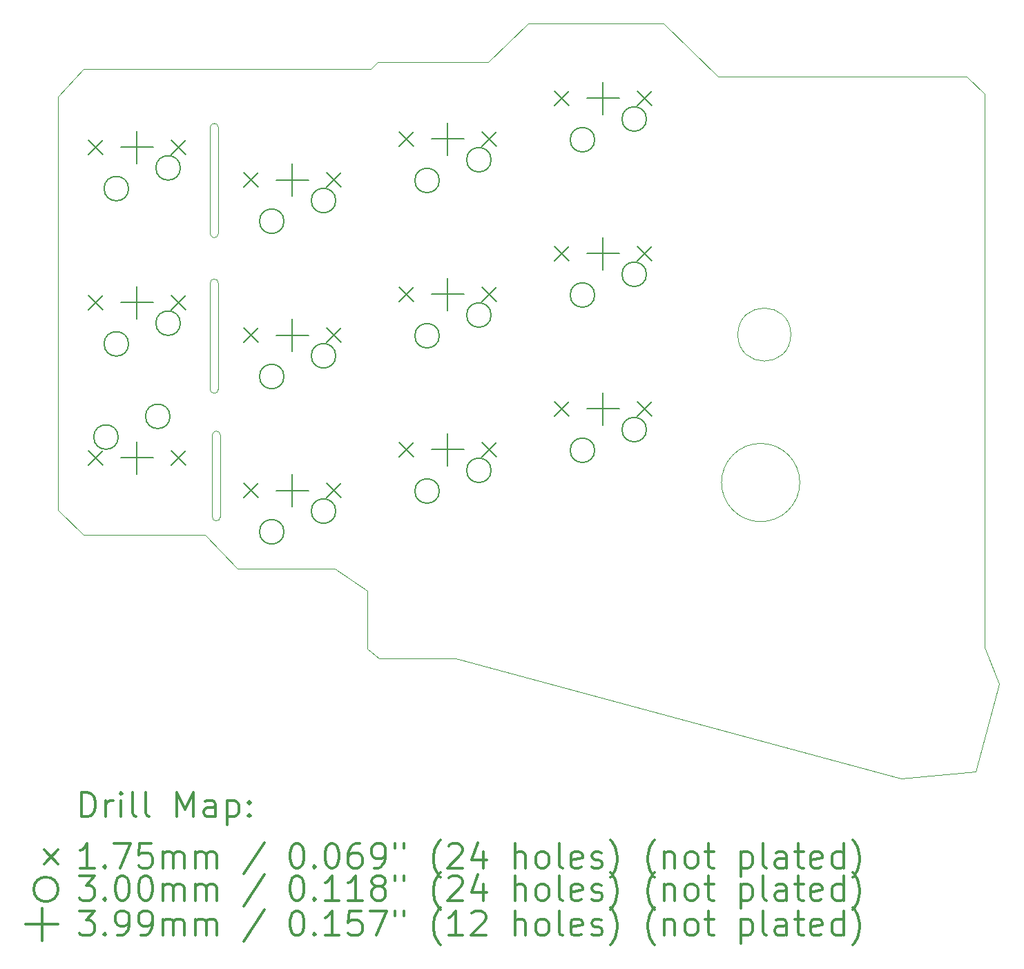
<source format=gbr>
%FSLAX45Y45*%
G04 Gerber Fmt 4.5, Leading zero omitted, Abs format (unit mm)*
G04 Created by KiCad (PCBNEW (5.1.4)-1) date 2023-06-17 18:30:09*
%MOMM*%
%LPD*%
G04 APERTURE LIST*
%ADD10C,0.050000*%
%ADD11C,0.200000*%
%ADD12C,0.300000*%
G04 APERTURE END LIST*
D10*
X3388000Y-54152000D02*
X3388000Y-55454000D01*
X3288000Y-54152000D02*
G75*
G02X3388000Y-54152000I50000J0D01*
G01*
X3288000Y-54152000D02*
X3288000Y-55454000D01*
X3288000Y-52242000D02*
X3288000Y-53544000D01*
X3388000Y-52242000D02*
X3388000Y-53544000D01*
X3388000Y-53544000D02*
G75*
G02X3288000Y-53544000I-50000J0D01*
G01*
X3288000Y-52242000D02*
G75*
G02X3388000Y-52242000I50000J0D01*
G01*
X3388000Y-55454000D02*
G75*
G02X3288000Y-55454000I-50000J0D01*
G01*
X3413000Y-57018000D02*
G75*
G02X3313000Y-57018000I-50000J0D01*
G01*
X3313000Y-56018000D02*
G75*
G02X3413000Y-56018000I50000J0D01*
G01*
X3413000Y-56018000D02*
X3413000Y-57018000D01*
X3313000Y-56018000D02*
X3313000Y-57018000D01*
X1426279Y-56939295D02*
X1426279Y-51864295D01*
X12784480Y-51829016D02*
X12786421Y-58621812D01*
X5216279Y-57929295D02*
X4816279Y-57654295D01*
X1916279Y-57239295D02*
X1736279Y-57239295D01*
X1736279Y-51524295D02*
X1916279Y-51524295D01*
X10518000Y-56598000D02*
G75*
G03X10518000Y-56598000I-480000J0D01*
G01*
X10408000Y-54783000D02*
G75*
G03X10408000Y-54783000I-325000J0D01*
G01*
X5216279Y-57929295D02*
X5216279Y-58639295D01*
X6276279Y-58759295D02*
X6296279Y-58759295D01*
X12678419Y-60143040D02*
X11756279Y-60229295D01*
X12678419Y-60143040D02*
X12966232Y-59066860D01*
X3621279Y-57654295D02*
X3226279Y-57239295D01*
X12786421Y-58621812D02*
X12966232Y-59066860D01*
X6696279Y-51439295D02*
X7191279Y-50964295D01*
X5341279Y-51439295D02*
X5256279Y-51524295D01*
X12784480Y-51829016D02*
X12566279Y-51614295D01*
X8846279Y-50964295D02*
X7191279Y-50964295D01*
X3206279Y-57239295D02*
X3226279Y-57239295D01*
X9516279Y-51614295D02*
X12566279Y-51614295D01*
X1426279Y-56939295D02*
X1736279Y-57239295D01*
X8846279Y-50964295D02*
X9516279Y-51614295D01*
X6696279Y-51439295D02*
X5341279Y-51439295D01*
X3206279Y-57239295D02*
X1916279Y-57239295D01*
X3621279Y-57654295D02*
X4816279Y-57654295D01*
X5216279Y-58639295D02*
X5356279Y-58759295D01*
X6276279Y-58759295D02*
X5356279Y-58759295D01*
X1736279Y-51524295D02*
X1426279Y-51864295D01*
X11756279Y-60229295D02*
X6296279Y-58759295D01*
X1916279Y-51524295D02*
X5256279Y-51524295D01*
D11*
X1795779Y-56206795D02*
X1970779Y-56381795D01*
X1970779Y-56206795D02*
X1795779Y-56381795D01*
X2811779Y-56206795D02*
X2986779Y-56381795D01*
X2986779Y-56206795D02*
X2811779Y-56381795D01*
X5605779Y-52296795D02*
X5780779Y-52471795D01*
X5780779Y-52296795D02*
X5605779Y-52471795D01*
X6621779Y-52296795D02*
X6796779Y-52471795D01*
X6796779Y-52296795D02*
X6621779Y-52471795D01*
X7510779Y-55606795D02*
X7685779Y-55781795D01*
X7685779Y-55606795D02*
X7510779Y-55781795D01*
X8526779Y-55606795D02*
X8701779Y-55781795D01*
X8701779Y-55606795D02*
X8526779Y-55781795D01*
X7510779Y-51796795D02*
X7685779Y-51971795D01*
X7685779Y-51796795D02*
X7510779Y-51971795D01*
X8526779Y-51796795D02*
X8701779Y-51971795D01*
X8701779Y-51796795D02*
X8526779Y-51971795D01*
X3700779Y-56606795D02*
X3875779Y-56781795D01*
X3875779Y-56606795D02*
X3700779Y-56781795D01*
X4716779Y-56606795D02*
X4891779Y-56781795D01*
X4891779Y-56606795D02*
X4716779Y-56781795D01*
X3700779Y-52796795D02*
X3875779Y-52971795D01*
X3875779Y-52796795D02*
X3700779Y-52971795D01*
X4716779Y-52796795D02*
X4891779Y-52971795D01*
X4891779Y-52796795D02*
X4716779Y-52971795D01*
X1795779Y-52396795D02*
X1970779Y-52571795D01*
X1970779Y-52396795D02*
X1795779Y-52571795D01*
X2811779Y-52396795D02*
X2986779Y-52571795D01*
X2986779Y-52396795D02*
X2811779Y-52571795D01*
X7510779Y-53701795D02*
X7685779Y-53876795D01*
X7685779Y-53701795D02*
X7510779Y-53876795D01*
X8526779Y-53701795D02*
X8701779Y-53876795D01*
X8701779Y-53701795D02*
X8526779Y-53876795D01*
X3700779Y-54701795D02*
X3875779Y-54876795D01*
X3875779Y-54701795D02*
X3700779Y-54876795D01*
X4716779Y-54701795D02*
X4891779Y-54876795D01*
X4891779Y-54701795D02*
X4716779Y-54876795D01*
X5605779Y-54201795D02*
X5780779Y-54376795D01*
X5780779Y-54201795D02*
X5605779Y-54376795D01*
X6621779Y-54201795D02*
X6796779Y-54376795D01*
X6796779Y-54201795D02*
X6621779Y-54376795D01*
X5605779Y-56106795D02*
X5780779Y-56281795D01*
X5780779Y-56106795D02*
X5605779Y-56281795D01*
X6621779Y-56106795D02*
X6796779Y-56281795D01*
X6796779Y-56106795D02*
X6621779Y-56281795D01*
X1795779Y-54301795D02*
X1970779Y-54476795D01*
X1970779Y-54301795D02*
X1795779Y-54476795D01*
X2811779Y-54301795D02*
X2986779Y-54476795D01*
X2986779Y-54301795D02*
X2811779Y-54476795D01*
X8002279Y-52392295D02*
G75*
G03X8002279Y-52392295I-150000J0D01*
G01*
X8637279Y-52138295D02*
G75*
G03X8637279Y-52138295I-150000J0D01*
G01*
X4192279Y-57202295D02*
G75*
G03X4192279Y-57202295I-150000J0D01*
G01*
X4827279Y-56948295D02*
G75*
G03X4827279Y-56948295I-150000J0D01*
G01*
X4192279Y-53392295D02*
G75*
G03X4192279Y-53392295I-150000J0D01*
G01*
X4827279Y-53138295D02*
G75*
G03X4827279Y-53138295I-150000J0D01*
G01*
X2287279Y-52992295D02*
G75*
G03X2287279Y-52992295I-150000J0D01*
G01*
X2922279Y-52738295D02*
G75*
G03X2922279Y-52738295I-150000J0D01*
G01*
X8002279Y-54297295D02*
G75*
G03X8002279Y-54297295I-150000J0D01*
G01*
X8637279Y-54043295D02*
G75*
G03X8637279Y-54043295I-150000J0D01*
G01*
X4192279Y-55297295D02*
G75*
G03X4192279Y-55297295I-150000J0D01*
G01*
X4827279Y-55043295D02*
G75*
G03X4827279Y-55043295I-150000J0D01*
G01*
X6097279Y-54797295D02*
G75*
G03X6097279Y-54797295I-150000J0D01*
G01*
X6732279Y-54543295D02*
G75*
G03X6732279Y-54543295I-150000J0D01*
G01*
X6097279Y-56702295D02*
G75*
G03X6097279Y-56702295I-150000J0D01*
G01*
X6732279Y-56448295D02*
G75*
G03X6732279Y-56448295I-150000J0D01*
G01*
X2287279Y-54897295D02*
G75*
G03X2287279Y-54897295I-150000J0D01*
G01*
X2922279Y-54643295D02*
G75*
G03X2922279Y-54643295I-150000J0D01*
G01*
X2160279Y-56040295D02*
G75*
G03X2160279Y-56040295I-150000J0D01*
G01*
X2795279Y-55786295D02*
G75*
G03X2795279Y-55786295I-150000J0D01*
G01*
X6097279Y-52892295D02*
G75*
G03X6097279Y-52892295I-150000J0D01*
G01*
X6732279Y-52638295D02*
G75*
G03X6732279Y-52638295I-150000J0D01*
G01*
X8002279Y-56202295D02*
G75*
G03X8002279Y-56202295I-150000J0D01*
G01*
X8637279Y-55948295D02*
G75*
G03X8637279Y-55948295I-150000J0D01*
G01*
X6201279Y-55994905D02*
X6201279Y-56393685D01*
X6001889Y-56194295D02*
X6400669Y-56194295D01*
X2391279Y-54189905D02*
X2391279Y-54588685D01*
X2191889Y-54389295D02*
X2590669Y-54389295D01*
X2391279Y-56094905D02*
X2391279Y-56493685D01*
X2191889Y-56294295D02*
X2590669Y-56294295D01*
X6201279Y-52184905D02*
X6201279Y-52583685D01*
X6001889Y-52384295D02*
X6400669Y-52384295D01*
X8106279Y-55494905D02*
X8106279Y-55893685D01*
X7906889Y-55694295D02*
X8305669Y-55694295D01*
X8106279Y-51684905D02*
X8106279Y-52083685D01*
X7906889Y-51884295D02*
X8305669Y-51884295D01*
X4296279Y-56494905D02*
X4296279Y-56893685D01*
X4096889Y-56694295D02*
X4495669Y-56694295D01*
X4296279Y-52684905D02*
X4296279Y-53083685D01*
X4096889Y-52884295D02*
X4495669Y-52884295D01*
X2391279Y-52284905D02*
X2391279Y-52683685D01*
X2191889Y-52484295D02*
X2590669Y-52484295D01*
X8106279Y-53589905D02*
X8106279Y-53988685D01*
X7906889Y-53789295D02*
X8305669Y-53789295D01*
X4296279Y-54589905D02*
X4296279Y-54988685D01*
X4096889Y-54789295D02*
X4495669Y-54789295D01*
X6201279Y-54089905D02*
X6201279Y-54488685D01*
X6001889Y-54289295D02*
X6400669Y-54289295D01*
D12*
X1710207Y-60697509D02*
X1710207Y-60397509D01*
X1781636Y-60397509D01*
X1824493Y-60411795D01*
X1853064Y-60440367D01*
X1867350Y-60468938D01*
X1881636Y-60526081D01*
X1881636Y-60568938D01*
X1867350Y-60626081D01*
X1853064Y-60654652D01*
X1824493Y-60683224D01*
X1781636Y-60697509D01*
X1710207Y-60697509D01*
X2010207Y-60697509D02*
X2010207Y-60497509D01*
X2010207Y-60554652D02*
X2024493Y-60526081D01*
X2038779Y-60511795D01*
X2067350Y-60497509D01*
X2095922Y-60497509D01*
X2195922Y-60697509D02*
X2195922Y-60497509D01*
X2195922Y-60397509D02*
X2181636Y-60411795D01*
X2195922Y-60426081D01*
X2210207Y-60411795D01*
X2195922Y-60397509D01*
X2195922Y-60426081D01*
X2381636Y-60697509D02*
X2353065Y-60683224D01*
X2338779Y-60654652D01*
X2338779Y-60397509D01*
X2538779Y-60697509D02*
X2510207Y-60683224D01*
X2495922Y-60654652D01*
X2495922Y-60397509D01*
X2881636Y-60697509D02*
X2881636Y-60397509D01*
X2981636Y-60611795D01*
X3081636Y-60397509D01*
X3081636Y-60697509D01*
X3353064Y-60697509D02*
X3353064Y-60540367D01*
X3338779Y-60511795D01*
X3310207Y-60497509D01*
X3253064Y-60497509D01*
X3224493Y-60511795D01*
X3353064Y-60683224D02*
X3324493Y-60697509D01*
X3253064Y-60697509D01*
X3224493Y-60683224D01*
X3210207Y-60654652D01*
X3210207Y-60626081D01*
X3224493Y-60597509D01*
X3253064Y-60583224D01*
X3324493Y-60583224D01*
X3353064Y-60568938D01*
X3495922Y-60497509D02*
X3495922Y-60797509D01*
X3495922Y-60511795D02*
X3524493Y-60497509D01*
X3581636Y-60497509D01*
X3610207Y-60511795D01*
X3624493Y-60526081D01*
X3638779Y-60554652D01*
X3638779Y-60640367D01*
X3624493Y-60668938D01*
X3610207Y-60683224D01*
X3581636Y-60697509D01*
X3524493Y-60697509D01*
X3495922Y-60683224D01*
X3767350Y-60668938D02*
X3781636Y-60683224D01*
X3767350Y-60697509D01*
X3753064Y-60683224D01*
X3767350Y-60668938D01*
X3767350Y-60697509D01*
X3767350Y-60511795D02*
X3781636Y-60526081D01*
X3767350Y-60540367D01*
X3753064Y-60526081D01*
X3767350Y-60511795D01*
X3767350Y-60540367D01*
X1248779Y-61104295D02*
X1423779Y-61279295D01*
X1423779Y-61104295D02*
X1248779Y-61279295D01*
X1867350Y-61327509D02*
X1695922Y-61327509D01*
X1781636Y-61327509D02*
X1781636Y-61027509D01*
X1753064Y-61070367D01*
X1724493Y-61098938D01*
X1695922Y-61113224D01*
X1995922Y-61298938D02*
X2010207Y-61313224D01*
X1995922Y-61327509D01*
X1981636Y-61313224D01*
X1995922Y-61298938D01*
X1995922Y-61327509D01*
X2110207Y-61027509D02*
X2310207Y-61027509D01*
X2181636Y-61327509D01*
X2567350Y-61027509D02*
X2424493Y-61027509D01*
X2410207Y-61170367D01*
X2424493Y-61156081D01*
X2453065Y-61141795D01*
X2524493Y-61141795D01*
X2553065Y-61156081D01*
X2567350Y-61170367D01*
X2581636Y-61198938D01*
X2581636Y-61270367D01*
X2567350Y-61298938D01*
X2553065Y-61313224D01*
X2524493Y-61327509D01*
X2453065Y-61327509D01*
X2424493Y-61313224D01*
X2410207Y-61298938D01*
X2710207Y-61327509D02*
X2710207Y-61127509D01*
X2710207Y-61156081D02*
X2724493Y-61141795D01*
X2753065Y-61127509D01*
X2795922Y-61127509D01*
X2824493Y-61141795D01*
X2838779Y-61170367D01*
X2838779Y-61327509D01*
X2838779Y-61170367D02*
X2853064Y-61141795D01*
X2881636Y-61127509D01*
X2924493Y-61127509D01*
X2953064Y-61141795D01*
X2967350Y-61170367D01*
X2967350Y-61327509D01*
X3110207Y-61327509D02*
X3110207Y-61127509D01*
X3110207Y-61156081D02*
X3124493Y-61141795D01*
X3153064Y-61127509D01*
X3195922Y-61127509D01*
X3224493Y-61141795D01*
X3238779Y-61170367D01*
X3238779Y-61327509D01*
X3238779Y-61170367D02*
X3253064Y-61141795D01*
X3281636Y-61127509D01*
X3324493Y-61127509D01*
X3353064Y-61141795D01*
X3367350Y-61170367D01*
X3367350Y-61327509D01*
X3953064Y-61013224D02*
X3695922Y-61398938D01*
X4338779Y-61027509D02*
X4367350Y-61027509D01*
X4395922Y-61041795D01*
X4410207Y-61056081D01*
X4424493Y-61084652D01*
X4438779Y-61141795D01*
X4438779Y-61213224D01*
X4424493Y-61270367D01*
X4410207Y-61298938D01*
X4395922Y-61313224D01*
X4367350Y-61327509D01*
X4338779Y-61327509D01*
X4310207Y-61313224D01*
X4295922Y-61298938D01*
X4281636Y-61270367D01*
X4267350Y-61213224D01*
X4267350Y-61141795D01*
X4281636Y-61084652D01*
X4295922Y-61056081D01*
X4310207Y-61041795D01*
X4338779Y-61027509D01*
X4567350Y-61298938D02*
X4581636Y-61313224D01*
X4567350Y-61327509D01*
X4553065Y-61313224D01*
X4567350Y-61298938D01*
X4567350Y-61327509D01*
X4767350Y-61027509D02*
X4795922Y-61027509D01*
X4824493Y-61041795D01*
X4838779Y-61056081D01*
X4853065Y-61084652D01*
X4867350Y-61141795D01*
X4867350Y-61213224D01*
X4853065Y-61270367D01*
X4838779Y-61298938D01*
X4824493Y-61313224D01*
X4795922Y-61327509D01*
X4767350Y-61327509D01*
X4738779Y-61313224D01*
X4724493Y-61298938D01*
X4710207Y-61270367D01*
X4695922Y-61213224D01*
X4695922Y-61141795D01*
X4710207Y-61084652D01*
X4724493Y-61056081D01*
X4738779Y-61041795D01*
X4767350Y-61027509D01*
X5124493Y-61027509D02*
X5067350Y-61027509D01*
X5038779Y-61041795D01*
X5024493Y-61056081D01*
X4995922Y-61098938D01*
X4981636Y-61156081D01*
X4981636Y-61270367D01*
X4995922Y-61298938D01*
X5010207Y-61313224D01*
X5038779Y-61327509D01*
X5095922Y-61327509D01*
X5124493Y-61313224D01*
X5138779Y-61298938D01*
X5153065Y-61270367D01*
X5153065Y-61198938D01*
X5138779Y-61170367D01*
X5124493Y-61156081D01*
X5095922Y-61141795D01*
X5038779Y-61141795D01*
X5010207Y-61156081D01*
X4995922Y-61170367D01*
X4981636Y-61198938D01*
X5295922Y-61327509D02*
X5353065Y-61327509D01*
X5381636Y-61313224D01*
X5395922Y-61298938D01*
X5424493Y-61256081D01*
X5438779Y-61198938D01*
X5438779Y-61084652D01*
X5424493Y-61056081D01*
X5410207Y-61041795D01*
X5381636Y-61027509D01*
X5324493Y-61027509D01*
X5295922Y-61041795D01*
X5281636Y-61056081D01*
X5267350Y-61084652D01*
X5267350Y-61156081D01*
X5281636Y-61184652D01*
X5295922Y-61198938D01*
X5324493Y-61213224D01*
X5381636Y-61213224D01*
X5410207Y-61198938D01*
X5424493Y-61184652D01*
X5438779Y-61156081D01*
X5553065Y-61027509D02*
X5553065Y-61084652D01*
X5667350Y-61027509D02*
X5667350Y-61084652D01*
X6110207Y-61441795D02*
X6095922Y-61427509D01*
X6067350Y-61384652D01*
X6053064Y-61356081D01*
X6038779Y-61313224D01*
X6024493Y-61241795D01*
X6024493Y-61184652D01*
X6038779Y-61113224D01*
X6053064Y-61070367D01*
X6067350Y-61041795D01*
X6095922Y-60998938D01*
X6110207Y-60984652D01*
X6210207Y-61056081D02*
X6224493Y-61041795D01*
X6253064Y-61027509D01*
X6324493Y-61027509D01*
X6353064Y-61041795D01*
X6367350Y-61056081D01*
X6381636Y-61084652D01*
X6381636Y-61113224D01*
X6367350Y-61156081D01*
X6195922Y-61327509D01*
X6381636Y-61327509D01*
X6638779Y-61127509D02*
X6638779Y-61327509D01*
X6567350Y-61013224D02*
X6495922Y-61227509D01*
X6681636Y-61227509D01*
X7024493Y-61327509D02*
X7024493Y-61027509D01*
X7153064Y-61327509D02*
X7153064Y-61170367D01*
X7138779Y-61141795D01*
X7110207Y-61127509D01*
X7067350Y-61127509D01*
X7038779Y-61141795D01*
X7024493Y-61156081D01*
X7338779Y-61327509D02*
X7310207Y-61313224D01*
X7295922Y-61298938D01*
X7281636Y-61270367D01*
X7281636Y-61184652D01*
X7295922Y-61156081D01*
X7310207Y-61141795D01*
X7338779Y-61127509D01*
X7381636Y-61127509D01*
X7410207Y-61141795D01*
X7424493Y-61156081D01*
X7438779Y-61184652D01*
X7438779Y-61270367D01*
X7424493Y-61298938D01*
X7410207Y-61313224D01*
X7381636Y-61327509D01*
X7338779Y-61327509D01*
X7610207Y-61327509D02*
X7581636Y-61313224D01*
X7567350Y-61284652D01*
X7567350Y-61027509D01*
X7838779Y-61313224D02*
X7810207Y-61327509D01*
X7753064Y-61327509D01*
X7724493Y-61313224D01*
X7710207Y-61284652D01*
X7710207Y-61170367D01*
X7724493Y-61141795D01*
X7753064Y-61127509D01*
X7810207Y-61127509D01*
X7838779Y-61141795D01*
X7853064Y-61170367D01*
X7853064Y-61198938D01*
X7710207Y-61227509D01*
X7967350Y-61313224D02*
X7995922Y-61327509D01*
X8053064Y-61327509D01*
X8081636Y-61313224D01*
X8095922Y-61284652D01*
X8095922Y-61270367D01*
X8081636Y-61241795D01*
X8053064Y-61227509D01*
X8010207Y-61227509D01*
X7981636Y-61213224D01*
X7967350Y-61184652D01*
X7967350Y-61170367D01*
X7981636Y-61141795D01*
X8010207Y-61127509D01*
X8053064Y-61127509D01*
X8081636Y-61141795D01*
X8195922Y-61441795D02*
X8210207Y-61427509D01*
X8238779Y-61384652D01*
X8253064Y-61356081D01*
X8267350Y-61313224D01*
X8281636Y-61241795D01*
X8281636Y-61184652D01*
X8267350Y-61113224D01*
X8253064Y-61070367D01*
X8238779Y-61041795D01*
X8210207Y-60998938D01*
X8195922Y-60984652D01*
X8738779Y-61441795D02*
X8724493Y-61427509D01*
X8695922Y-61384652D01*
X8681636Y-61356081D01*
X8667350Y-61313224D01*
X8653065Y-61241795D01*
X8653065Y-61184652D01*
X8667350Y-61113224D01*
X8681636Y-61070367D01*
X8695922Y-61041795D01*
X8724493Y-60998938D01*
X8738779Y-60984652D01*
X8853065Y-61127509D02*
X8853065Y-61327509D01*
X8853065Y-61156081D02*
X8867350Y-61141795D01*
X8895922Y-61127509D01*
X8938779Y-61127509D01*
X8967350Y-61141795D01*
X8981636Y-61170367D01*
X8981636Y-61327509D01*
X9167350Y-61327509D02*
X9138779Y-61313224D01*
X9124493Y-61298938D01*
X9110207Y-61270367D01*
X9110207Y-61184652D01*
X9124493Y-61156081D01*
X9138779Y-61141795D01*
X9167350Y-61127509D01*
X9210207Y-61127509D01*
X9238779Y-61141795D01*
X9253065Y-61156081D01*
X9267350Y-61184652D01*
X9267350Y-61270367D01*
X9253065Y-61298938D01*
X9238779Y-61313224D01*
X9210207Y-61327509D01*
X9167350Y-61327509D01*
X9353065Y-61127509D02*
X9467350Y-61127509D01*
X9395922Y-61027509D02*
X9395922Y-61284652D01*
X9410207Y-61313224D01*
X9438779Y-61327509D01*
X9467350Y-61327509D01*
X9795922Y-61127509D02*
X9795922Y-61427509D01*
X9795922Y-61141795D02*
X9824493Y-61127509D01*
X9881636Y-61127509D01*
X9910207Y-61141795D01*
X9924493Y-61156081D01*
X9938779Y-61184652D01*
X9938779Y-61270367D01*
X9924493Y-61298938D01*
X9910207Y-61313224D01*
X9881636Y-61327509D01*
X9824493Y-61327509D01*
X9795922Y-61313224D01*
X10110207Y-61327509D02*
X10081636Y-61313224D01*
X10067350Y-61284652D01*
X10067350Y-61027509D01*
X10353065Y-61327509D02*
X10353065Y-61170367D01*
X10338779Y-61141795D01*
X10310207Y-61127509D01*
X10253065Y-61127509D01*
X10224493Y-61141795D01*
X10353065Y-61313224D02*
X10324493Y-61327509D01*
X10253065Y-61327509D01*
X10224493Y-61313224D01*
X10210207Y-61284652D01*
X10210207Y-61256081D01*
X10224493Y-61227509D01*
X10253065Y-61213224D01*
X10324493Y-61213224D01*
X10353065Y-61198938D01*
X10453065Y-61127509D02*
X10567350Y-61127509D01*
X10495922Y-61027509D02*
X10495922Y-61284652D01*
X10510207Y-61313224D01*
X10538779Y-61327509D01*
X10567350Y-61327509D01*
X10781636Y-61313224D02*
X10753065Y-61327509D01*
X10695922Y-61327509D01*
X10667350Y-61313224D01*
X10653065Y-61284652D01*
X10653065Y-61170367D01*
X10667350Y-61141795D01*
X10695922Y-61127509D01*
X10753065Y-61127509D01*
X10781636Y-61141795D01*
X10795922Y-61170367D01*
X10795922Y-61198938D01*
X10653065Y-61227509D01*
X11053065Y-61327509D02*
X11053065Y-61027509D01*
X11053065Y-61313224D02*
X11024493Y-61327509D01*
X10967350Y-61327509D01*
X10938779Y-61313224D01*
X10924493Y-61298938D01*
X10910207Y-61270367D01*
X10910207Y-61184652D01*
X10924493Y-61156081D01*
X10938779Y-61141795D01*
X10967350Y-61127509D01*
X11024493Y-61127509D01*
X11053065Y-61141795D01*
X11167350Y-61441795D02*
X11181636Y-61427509D01*
X11210207Y-61384652D01*
X11224493Y-61356081D01*
X11238779Y-61313224D01*
X11253064Y-61241795D01*
X11253064Y-61184652D01*
X11238779Y-61113224D01*
X11224493Y-61070367D01*
X11210207Y-61041795D01*
X11181636Y-60998938D01*
X11167350Y-60984652D01*
X1423779Y-61587795D02*
G75*
G03X1423779Y-61587795I-150000J0D01*
G01*
X1681636Y-61423509D02*
X1867350Y-61423509D01*
X1767350Y-61537795D01*
X1810207Y-61537795D01*
X1838779Y-61552081D01*
X1853064Y-61566367D01*
X1867350Y-61594938D01*
X1867350Y-61666367D01*
X1853064Y-61694938D01*
X1838779Y-61709224D01*
X1810207Y-61723509D01*
X1724493Y-61723509D01*
X1695922Y-61709224D01*
X1681636Y-61694938D01*
X1995922Y-61694938D02*
X2010207Y-61709224D01*
X1995922Y-61723509D01*
X1981636Y-61709224D01*
X1995922Y-61694938D01*
X1995922Y-61723509D01*
X2195922Y-61423509D02*
X2224493Y-61423509D01*
X2253065Y-61437795D01*
X2267350Y-61452081D01*
X2281636Y-61480652D01*
X2295922Y-61537795D01*
X2295922Y-61609224D01*
X2281636Y-61666367D01*
X2267350Y-61694938D01*
X2253065Y-61709224D01*
X2224493Y-61723509D01*
X2195922Y-61723509D01*
X2167350Y-61709224D01*
X2153065Y-61694938D01*
X2138779Y-61666367D01*
X2124493Y-61609224D01*
X2124493Y-61537795D01*
X2138779Y-61480652D01*
X2153065Y-61452081D01*
X2167350Y-61437795D01*
X2195922Y-61423509D01*
X2481636Y-61423509D02*
X2510207Y-61423509D01*
X2538779Y-61437795D01*
X2553065Y-61452081D01*
X2567350Y-61480652D01*
X2581636Y-61537795D01*
X2581636Y-61609224D01*
X2567350Y-61666367D01*
X2553065Y-61694938D01*
X2538779Y-61709224D01*
X2510207Y-61723509D01*
X2481636Y-61723509D01*
X2453065Y-61709224D01*
X2438779Y-61694938D01*
X2424493Y-61666367D01*
X2410207Y-61609224D01*
X2410207Y-61537795D01*
X2424493Y-61480652D01*
X2438779Y-61452081D01*
X2453065Y-61437795D01*
X2481636Y-61423509D01*
X2710207Y-61723509D02*
X2710207Y-61523509D01*
X2710207Y-61552081D02*
X2724493Y-61537795D01*
X2753065Y-61523509D01*
X2795922Y-61523509D01*
X2824493Y-61537795D01*
X2838779Y-61566367D01*
X2838779Y-61723509D01*
X2838779Y-61566367D02*
X2853064Y-61537795D01*
X2881636Y-61523509D01*
X2924493Y-61523509D01*
X2953064Y-61537795D01*
X2967350Y-61566367D01*
X2967350Y-61723509D01*
X3110207Y-61723509D02*
X3110207Y-61523509D01*
X3110207Y-61552081D02*
X3124493Y-61537795D01*
X3153064Y-61523509D01*
X3195922Y-61523509D01*
X3224493Y-61537795D01*
X3238779Y-61566367D01*
X3238779Y-61723509D01*
X3238779Y-61566367D02*
X3253064Y-61537795D01*
X3281636Y-61523509D01*
X3324493Y-61523509D01*
X3353064Y-61537795D01*
X3367350Y-61566367D01*
X3367350Y-61723509D01*
X3953064Y-61409224D02*
X3695922Y-61794938D01*
X4338779Y-61423509D02*
X4367350Y-61423509D01*
X4395922Y-61437795D01*
X4410207Y-61452081D01*
X4424493Y-61480652D01*
X4438779Y-61537795D01*
X4438779Y-61609224D01*
X4424493Y-61666367D01*
X4410207Y-61694938D01*
X4395922Y-61709224D01*
X4367350Y-61723509D01*
X4338779Y-61723509D01*
X4310207Y-61709224D01*
X4295922Y-61694938D01*
X4281636Y-61666367D01*
X4267350Y-61609224D01*
X4267350Y-61537795D01*
X4281636Y-61480652D01*
X4295922Y-61452081D01*
X4310207Y-61437795D01*
X4338779Y-61423509D01*
X4567350Y-61694938D02*
X4581636Y-61709224D01*
X4567350Y-61723509D01*
X4553065Y-61709224D01*
X4567350Y-61694938D01*
X4567350Y-61723509D01*
X4867350Y-61723509D02*
X4695922Y-61723509D01*
X4781636Y-61723509D02*
X4781636Y-61423509D01*
X4753065Y-61466367D01*
X4724493Y-61494938D01*
X4695922Y-61509224D01*
X5153065Y-61723509D02*
X4981636Y-61723509D01*
X5067350Y-61723509D02*
X5067350Y-61423509D01*
X5038779Y-61466367D01*
X5010207Y-61494938D01*
X4981636Y-61509224D01*
X5324493Y-61552081D02*
X5295922Y-61537795D01*
X5281636Y-61523509D01*
X5267350Y-61494938D01*
X5267350Y-61480652D01*
X5281636Y-61452081D01*
X5295922Y-61437795D01*
X5324493Y-61423509D01*
X5381636Y-61423509D01*
X5410207Y-61437795D01*
X5424493Y-61452081D01*
X5438779Y-61480652D01*
X5438779Y-61494938D01*
X5424493Y-61523509D01*
X5410207Y-61537795D01*
X5381636Y-61552081D01*
X5324493Y-61552081D01*
X5295922Y-61566367D01*
X5281636Y-61580652D01*
X5267350Y-61609224D01*
X5267350Y-61666367D01*
X5281636Y-61694938D01*
X5295922Y-61709224D01*
X5324493Y-61723509D01*
X5381636Y-61723509D01*
X5410207Y-61709224D01*
X5424493Y-61694938D01*
X5438779Y-61666367D01*
X5438779Y-61609224D01*
X5424493Y-61580652D01*
X5410207Y-61566367D01*
X5381636Y-61552081D01*
X5553065Y-61423509D02*
X5553065Y-61480652D01*
X5667350Y-61423509D02*
X5667350Y-61480652D01*
X6110207Y-61837795D02*
X6095922Y-61823509D01*
X6067350Y-61780652D01*
X6053064Y-61752081D01*
X6038779Y-61709224D01*
X6024493Y-61637795D01*
X6024493Y-61580652D01*
X6038779Y-61509224D01*
X6053064Y-61466367D01*
X6067350Y-61437795D01*
X6095922Y-61394938D01*
X6110207Y-61380652D01*
X6210207Y-61452081D02*
X6224493Y-61437795D01*
X6253064Y-61423509D01*
X6324493Y-61423509D01*
X6353064Y-61437795D01*
X6367350Y-61452081D01*
X6381636Y-61480652D01*
X6381636Y-61509224D01*
X6367350Y-61552081D01*
X6195922Y-61723509D01*
X6381636Y-61723509D01*
X6638779Y-61523509D02*
X6638779Y-61723509D01*
X6567350Y-61409224D02*
X6495922Y-61623509D01*
X6681636Y-61623509D01*
X7024493Y-61723509D02*
X7024493Y-61423509D01*
X7153064Y-61723509D02*
X7153064Y-61566367D01*
X7138779Y-61537795D01*
X7110207Y-61523509D01*
X7067350Y-61523509D01*
X7038779Y-61537795D01*
X7024493Y-61552081D01*
X7338779Y-61723509D02*
X7310207Y-61709224D01*
X7295922Y-61694938D01*
X7281636Y-61666367D01*
X7281636Y-61580652D01*
X7295922Y-61552081D01*
X7310207Y-61537795D01*
X7338779Y-61523509D01*
X7381636Y-61523509D01*
X7410207Y-61537795D01*
X7424493Y-61552081D01*
X7438779Y-61580652D01*
X7438779Y-61666367D01*
X7424493Y-61694938D01*
X7410207Y-61709224D01*
X7381636Y-61723509D01*
X7338779Y-61723509D01*
X7610207Y-61723509D02*
X7581636Y-61709224D01*
X7567350Y-61680652D01*
X7567350Y-61423509D01*
X7838779Y-61709224D02*
X7810207Y-61723509D01*
X7753064Y-61723509D01*
X7724493Y-61709224D01*
X7710207Y-61680652D01*
X7710207Y-61566367D01*
X7724493Y-61537795D01*
X7753064Y-61523509D01*
X7810207Y-61523509D01*
X7838779Y-61537795D01*
X7853064Y-61566367D01*
X7853064Y-61594938D01*
X7710207Y-61623509D01*
X7967350Y-61709224D02*
X7995922Y-61723509D01*
X8053064Y-61723509D01*
X8081636Y-61709224D01*
X8095922Y-61680652D01*
X8095922Y-61666367D01*
X8081636Y-61637795D01*
X8053064Y-61623509D01*
X8010207Y-61623509D01*
X7981636Y-61609224D01*
X7967350Y-61580652D01*
X7967350Y-61566367D01*
X7981636Y-61537795D01*
X8010207Y-61523509D01*
X8053064Y-61523509D01*
X8081636Y-61537795D01*
X8195922Y-61837795D02*
X8210207Y-61823509D01*
X8238779Y-61780652D01*
X8253064Y-61752081D01*
X8267350Y-61709224D01*
X8281636Y-61637795D01*
X8281636Y-61580652D01*
X8267350Y-61509224D01*
X8253064Y-61466367D01*
X8238779Y-61437795D01*
X8210207Y-61394938D01*
X8195922Y-61380652D01*
X8738779Y-61837795D02*
X8724493Y-61823509D01*
X8695922Y-61780652D01*
X8681636Y-61752081D01*
X8667350Y-61709224D01*
X8653065Y-61637795D01*
X8653065Y-61580652D01*
X8667350Y-61509224D01*
X8681636Y-61466367D01*
X8695922Y-61437795D01*
X8724493Y-61394938D01*
X8738779Y-61380652D01*
X8853065Y-61523509D02*
X8853065Y-61723509D01*
X8853065Y-61552081D02*
X8867350Y-61537795D01*
X8895922Y-61523509D01*
X8938779Y-61523509D01*
X8967350Y-61537795D01*
X8981636Y-61566367D01*
X8981636Y-61723509D01*
X9167350Y-61723509D02*
X9138779Y-61709224D01*
X9124493Y-61694938D01*
X9110207Y-61666367D01*
X9110207Y-61580652D01*
X9124493Y-61552081D01*
X9138779Y-61537795D01*
X9167350Y-61523509D01*
X9210207Y-61523509D01*
X9238779Y-61537795D01*
X9253065Y-61552081D01*
X9267350Y-61580652D01*
X9267350Y-61666367D01*
X9253065Y-61694938D01*
X9238779Y-61709224D01*
X9210207Y-61723509D01*
X9167350Y-61723509D01*
X9353065Y-61523509D02*
X9467350Y-61523509D01*
X9395922Y-61423509D02*
X9395922Y-61680652D01*
X9410207Y-61709224D01*
X9438779Y-61723509D01*
X9467350Y-61723509D01*
X9795922Y-61523509D02*
X9795922Y-61823509D01*
X9795922Y-61537795D02*
X9824493Y-61523509D01*
X9881636Y-61523509D01*
X9910207Y-61537795D01*
X9924493Y-61552081D01*
X9938779Y-61580652D01*
X9938779Y-61666367D01*
X9924493Y-61694938D01*
X9910207Y-61709224D01*
X9881636Y-61723509D01*
X9824493Y-61723509D01*
X9795922Y-61709224D01*
X10110207Y-61723509D02*
X10081636Y-61709224D01*
X10067350Y-61680652D01*
X10067350Y-61423509D01*
X10353065Y-61723509D02*
X10353065Y-61566367D01*
X10338779Y-61537795D01*
X10310207Y-61523509D01*
X10253065Y-61523509D01*
X10224493Y-61537795D01*
X10353065Y-61709224D02*
X10324493Y-61723509D01*
X10253065Y-61723509D01*
X10224493Y-61709224D01*
X10210207Y-61680652D01*
X10210207Y-61652081D01*
X10224493Y-61623509D01*
X10253065Y-61609224D01*
X10324493Y-61609224D01*
X10353065Y-61594938D01*
X10453065Y-61523509D02*
X10567350Y-61523509D01*
X10495922Y-61423509D02*
X10495922Y-61680652D01*
X10510207Y-61709224D01*
X10538779Y-61723509D01*
X10567350Y-61723509D01*
X10781636Y-61709224D02*
X10753065Y-61723509D01*
X10695922Y-61723509D01*
X10667350Y-61709224D01*
X10653065Y-61680652D01*
X10653065Y-61566367D01*
X10667350Y-61537795D01*
X10695922Y-61523509D01*
X10753065Y-61523509D01*
X10781636Y-61537795D01*
X10795922Y-61566367D01*
X10795922Y-61594938D01*
X10653065Y-61623509D01*
X11053065Y-61723509D02*
X11053065Y-61423509D01*
X11053065Y-61709224D02*
X11024493Y-61723509D01*
X10967350Y-61723509D01*
X10938779Y-61709224D01*
X10924493Y-61694938D01*
X10910207Y-61666367D01*
X10910207Y-61580652D01*
X10924493Y-61552081D01*
X10938779Y-61537795D01*
X10967350Y-61523509D01*
X11024493Y-61523509D01*
X11053065Y-61537795D01*
X11167350Y-61837795D02*
X11181636Y-61823509D01*
X11210207Y-61780652D01*
X11224493Y-61752081D01*
X11238779Y-61709224D01*
X11253064Y-61637795D01*
X11253064Y-61580652D01*
X11238779Y-61509224D01*
X11224493Y-61466367D01*
X11210207Y-61437795D01*
X11181636Y-61394938D01*
X11167350Y-61380652D01*
X1224389Y-61818405D02*
X1224389Y-62217185D01*
X1024999Y-62017795D02*
X1423779Y-62017795D01*
X1681636Y-61853509D02*
X1867350Y-61853509D01*
X1767350Y-61967795D01*
X1810207Y-61967795D01*
X1838779Y-61982081D01*
X1853064Y-61996367D01*
X1867350Y-62024938D01*
X1867350Y-62096367D01*
X1853064Y-62124938D01*
X1838779Y-62139224D01*
X1810207Y-62153509D01*
X1724493Y-62153509D01*
X1695922Y-62139224D01*
X1681636Y-62124938D01*
X1995922Y-62124938D02*
X2010207Y-62139224D01*
X1995922Y-62153509D01*
X1981636Y-62139224D01*
X1995922Y-62124938D01*
X1995922Y-62153509D01*
X2153065Y-62153509D02*
X2210207Y-62153509D01*
X2238779Y-62139224D01*
X2253065Y-62124938D01*
X2281636Y-62082081D01*
X2295922Y-62024938D01*
X2295922Y-61910652D01*
X2281636Y-61882081D01*
X2267350Y-61867795D01*
X2238779Y-61853509D01*
X2181636Y-61853509D01*
X2153065Y-61867795D01*
X2138779Y-61882081D01*
X2124493Y-61910652D01*
X2124493Y-61982081D01*
X2138779Y-62010652D01*
X2153065Y-62024938D01*
X2181636Y-62039224D01*
X2238779Y-62039224D01*
X2267350Y-62024938D01*
X2281636Y-62010652D01*
X2295922Y-61982081D01*
X2438779Y-62153509D02*
X2495922Y-62153509D01*
X2524493Y-62139224D01*
X2538779Y-62124938D01*
X2567350Y-62082081D01*
X2581636Y-62024938D01*
X2581636Y-61910652D01*
X2567350Y-61882081D01*
X2553065Y-61867795D01*
X2524493Y-61853509D01*
X2467350Y-61853509D01*
X2438779Y-61867795D01*
X2424493Y-61882081D01*
X2410207Y-61910652D01*
X2410207Y-61982081D01*
X2424493Y-62010652D01*
X2438779Y-62024938D01*
X2467350Y-62039224D01*
X2524493Y-62039224D01*
X2553065Y-62024938D01*
X2567350Y-62010652D01*
X2581636Y-61982081D01*
X2710207Y-62153509D02*
X2710207Y-61953509D01*
X2710207Y-61982081D02*
X2724493Y-61967795D01*
X2753065Y-61953509D01*
X2795922Y-61953509D01*
X2824493Y-61967795D01*
X2838779Y-61996367D01*
X2838779Y-62153509D01*
X2838779Y-61996367D02*
X2853064Y-61967795D01*
X2881636Y-61953509D01*
X2924493Y-61953509D01*
X2953064Y-61967795D01*
X2967350Y-61996367D01*
X2967350Y-62153509D01*
X3110207Y-62153509D02*
X3110207Y-61953509D01*
X3110207Y-61982081D02*
X3124493Y-61967795D01*
X3153064Y-61953509D01*
X3195922Y-61953509D01*
X3224493Y-61967795D01*
X3238779Y-61996367D01*
X3238779Y-62153509D01*
X3238779Y-61996367D02*
X3253064Y-61967795D01*
X3281636Y-61953509D01*
X3324493Y-61953509D01*
X3353064Y-61967795D01*
X3367350Y-61996367D01*
X3367350Y-62153509D01*
X3953064Y-61839224D02*
X3695922Y-62224938D01*
X4338779Y-61853509D02*
X4367350Y-61853509D01*
X4395922Y-61867795D01*
X4410207Y-61882081D01*
X4424493Y-61910652D01*
X4438779Y-61967795D01*
X4438779Y-62039224D01*
X4424493Y-62096367D01*
X4410207Y-62124938D01*
X4395922Y-62139224D01*
X4367350Y-62153509D01*
X4338779Y-62153509D01*
X4310207Y-62139224D01*
X4295922Y-62124938D01*
X4281636Y-62096367D01*
X4267350Y-62039224D01*
X4267350Y-61967795D01*
X4281636Y-61910652D01*
X4295922Y-61882081D01*
X4310207Y-61867795D01*
X4338779Y-61853509D01*
X4567350Y-62124938D02*
X4581636Y-62139224D01*
X4567350Y-62153509D01*
X4553065Y-62139224D01*
X4567350Y-62124938D01*
X4567350Y-62153509D01*
X4867350Y-62153509D02*
X4695922Y-62153509D01*
X4781636Y-62153509D02*
X4781636Y-61853509D01*
X4753065Y-61896367D01*
X4724493Y-61924938D01*
X4695922Y-61939224D01*
X5138779Y-61853509D02*
X4995922Y-61853509D01*
X4981636Y-61996367D01*
X4995922Y-61982081D01*
X5024493Y-61967795D01*
X5095922Y-61967795D01*
X5124493Y-61982081D01*
X5138779Y-61996367D01*
X5153065Y-62024938D01*
X5153065Y-62096367D01*
X5138779Y-62124938D01*
X5124493Y-62139224D01*
X5095922Y-62153509D01*
X5024493Y-62153509D01*
X4995922Y-62139224D01*
X4981636Y-62124938D01*
X5253065Y-61853509D02*
X5453065Y-61853509D01*
X5324493Y-62153509D01*
X5553065Y-61853509D02*
X5553065Y-61910652D01*
X5667350Y-61853509D02*
X5667350Y-61910652D01*
X6110207Y-62267795D02*
X6095922Y-62253509D01*
X6067350Y-62210652D01*
X6053064Y-62182081D01*
X6038779Y-62139224D01*
X6024493Y-62067795D01*
X6024493Y-62010652D01*
X6038779Y-61939224D01*
X6053064Y-61896367D01*
X6067350Y-61867795D01*
X6095922Y-61824938D01*
X6110207Y-61810652D01*
X6381636Y-62153509D02*
X6210207Y-62153509D01*
X6295922Y-62153509D02*
X6295922Y-61853509D01*
X6267350Y-61896367D01*
X6238779Y-61924938D01*
X6210207Y-61939224D01*
X6495922Y-61882081D02*
X6510207Y-61867795D01*
X6538779Y-61853509D01*
X6610207Y-61853509D01*
X6638779Y-61867795D01*
X6653064Y-61882081D01*
X6667350Y-61910652D01*
X6667350Y-61939224D01*
X6653064Y-61982081D01*
X6481636Y-62153509D01*
X6667350Y-62153509D01*
X7024493Y-62153509D02*
X7024493Y-61853509D01*
X7153064Y-62153509D02*
X7153064Y-61996367D01*
X7138779Y-61967795D01*
X7110207Y-61953509D01*
X7067350Y-61953509D01*
X7038779Y-61967795D01*
X7024493Y-61982081D01*
X7338779Y-62153509D02*
X7310207Y-62139224D01*
X7295922Y-62124938D01*
X7281636Y-62096367D01*
X7281636Y-62010652D01*
X7295922Y-61982081D01*
X7310207Y-61967795D01*
X7338779Y-61953509D01*
X7381636Y-61953509D01*
X7410207Y-61967795D01*
X7424493Y-61982081D01*
X7438779Y-62010652D01*
X7438779Y-62096367D01*
X7424493Y-62124938D01*
X7410207Y-62139224D01*
X7381636Y-62153509D01*
X7338779Y-62153509D01*
X7610207Y-62153509D02*
X7581636Y-62139224D01*
X7567350Y-62110652D01*
X7567350Y-61853509D01*
X7838779Y-62139224D02*
X7810207Y-62153509D01*
X7753064Y-62153509D01*
X7724493Y-62139224D01*
X7710207Y-62110652D01*
X7710207Y-61996367D01*
X7724493Y-61967795D01*
X7753064Y-61953509D01*
X7810207Y-61953509D01*
X7838779Y-61967795D01*
X7853064Y-61996367D01*
X7853064Y-62024938D01*
X7710207Y-62053509D01*
X7967350Y-62139224D02*
X7995922Y-62153509D01*
X8053064Y-62153509D01*
X8081636Y-62139224D01*
X8095922Y-62110652D01*
X8095922Y-62096367D01*
X8081636Y-62067795D01*
X8053064Y-62053509D01*
X8010207Y-62053509D01*
X7981636Y-62039224D01*
X7967350Y-62010652D01*
X7967350Y-61996367D01*
X7981636Y-61967795D01*
X8010207Y-61953509D01*
X8053064Y-61953509D01*
X8081636Y-61967795D01*
X8195922Y-62267795D02*
X8210207Y-62253509D01*
X8238779Y-62210652D01*
X8253064Y-62182081D01*
X8267350Y-62139224D01*
X8281636Y-62067795D01*
X8281636Y-62010652D01*
X8267350Y-61939224D01*
X8253064Y-61896367D01*
X8238779Y-61867795D01*
X8210207Y-61824938D01*
X8195922Y-61810652D01*
X8738779Y-62267795D02*
X8724493Y-62253509D01*
X8695922Y-62210652D01*
X8681636Y-62182081D01*
X8667350Y-62139224D01*
X8653065Y-62067795D01*
X8653065Y-62010652D01*
X8667350Y-61939224D01*
X8681636Y-61896367D01*
X8695922Y-61867795D01*
X8724493Y-61824938D01*
X8738779Y-61810652D01*
X8853065Y-61953509D02*
X8853065Y-62153509D01*
X8853065Y-61982081D02*
X8867350Y-61967795D01*
X8895922Y-61953509D01*
X8938779Y-61953509D01*
X8967350Y-61967795D01*
X8981636Y-61996367D01*
X8981636Y-62153509D01*
X9167350Y-62153509D02*
X9138779Y-62139224D01*
X9124493Y-62124938D01*
X9110207Y-62096367D01*
X9110207Y-62010652D01*
X9124493Y-61982081D01*
X9138779Y-61967795D01*
X9167350Y-61953509D01*
X9210207Y-61953509D01*
X9238779Y-61967795D01*
X9253065Y-61982081D01*
X9267350Y-62010652D01*
X9267350Y-62096367D01*
X9253065Y-62124938D01*
X9238779Y-62139224D01*
X9210207Y-62153509D01*
X9167350Y-62153509D01*
X9353065Y-61953509D02*
X9467350Y-61953509D01*
X9395922Y-61853509D02*
X9395922Y-62110652D01*
X9410207Y-62139224D01*
X9438779Y-62153509D01*
X9467350Y-62153509D01*
X9795922Y-61953509D02*
X9795922Y-62253509D01*
X9795922Y-61967795D02*
X9824493Y-61953509D01*
X9881636Y-61953509D01*
X9910207Y-61967795D01*
X9924493Y-61982081D01*
X9938779Y-62010652D01*
X9938779Y-62096367D01*
X9924493Y-62124938D01*
X9910207Y-62139224D01*
X9881636Y-62153509D01*
X9824493Y-62153509D01*
X9795922Y-62139224D01*
X10110207Y-62153509D02*
X10081636Y-62139224D01*
X10067350Y-62110652D01*
X10067350Y-61853509D01*
X10353065Y-62153509D02*
X10353065Y-61996367D01*
X10338779Y-61967795D01*
X10310207Y-61953509D01*
X10253065Y-61953509D01*
X10224493Y-61967795D01*
X10353065Y-62139224D02*
X10324493Y-62153509D01*
X10253065Y-62153509D01*
X10224493Y-62139224D01*
X10210207Y-62110652D01*
X10210207Y-62082081D01*
X10224493Y-62053509D01*
X10253065Y-62039224D01*
X10324493Y-62039224D01*
X10353065Y-62024938D01*
X10453065Y-61953509D02*
X10567350Y-61953509D01*
X10495922Y-61853509D02*
X10495922Y-62110652D01*
X10510207Y-62139224D01*
X10538779Y-62153509D01*
X10567350Y-62153509D01*
X10781636Y-62139224D02*
X10753065Y-62153509D01*
X10695922Y-62153509D01*
X10667350Y-62139224D01*
X10653065Y-62110652D01*
X10653065Y-61996367D01*
X10667350Y-61967795D01*
X10695922Y-61953509D01*
X10753065Y-61953509D01*
X10781636Y-61967795D01*
X10795922Y-61996367D01*
X10795922Y-62024938D01*
X10653065Y-62053509D01*
X11053065Y-62153509D02*
X11053065Y-61853509D01*
X11053065Y-62139224D02*
X11024493Y-62153509D01*
X10967350Y-62153509D01*
X10938779Y-62139224D01*
X10924493Y-62124938D01*
X10910207Y-62096367D01*
X10910207Y-62010652D01*
X10924493Y-61982081D01*
X10938779Y-61967795D01*
X10967350Y-61953509D01*
X11024493Y-61953509D01*
X11053065Y-61967795D01*
X11167350Y-62267795D02*
X11181636Y-62253509D01*
X11210207Y-62210652D01*
X11224493Y-62182081D01*
X11238779Y-62139224D01*
X11253064Y-62067795D01*
X11253064Y-62010652D01*
X11238779Y-61939224D01*
X11224493Y-61896367D01*
X11210207Y-61867795D01*
X11181636Y-61824938D01*
X11167350Y-61810652D01*
M02*

</source>
